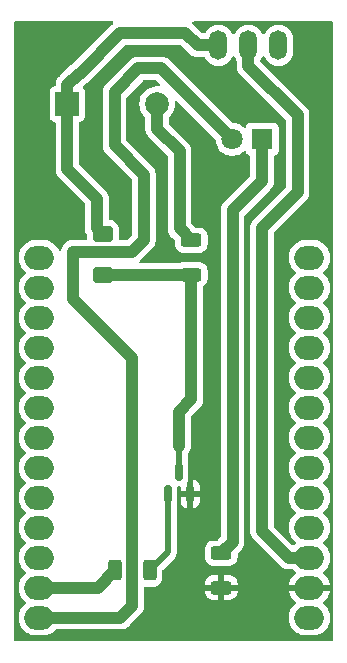
<source format=gbr>
G04 #@! TF.GenerationSoftware,KiCad,Pcbnew,8.0.0*
G04 #@! TF.CreationDate,2024-03-10T12:55:54+01:00*
G04 #@! TF.ProjectId,mailboxguard_shield,6d61696c-626f-4786-9775-6172645f7368,rev?*
G04 #@! TF.SameCoordinates,Original*
G04 #@! TF.FileFunction,Copper,L1,Top*
G04 #@! TF.FilePolarity,Positive*
%FSLAX46Y46*%
G04 Gerber Fmt 4.6, Leading zero omitted, Abs format (unit mm)*
G04 Created by KiCad (PCBNEW 8.0.0) date 2024-03-10 12:55:54*
%MOMM*%
%LPD*%
G01*
G04 APERTURE LIST*
G04 Aperture macros list*
%AMRoundRect*
0 Rectangle with rounded corners*
0 $1 Rounding radius*
0 $2 $3 $4 $5 $6 $7 $8 $9 X,Y pos of 4 corners*
0 Add a 4 corners polygon primitive as box body*
4,1,4,$2,$3,$4,$5,$6,$7,$8,$9,$2,$3,0*
0 Add four circle primitives for the rounded corners*
1,1,$1+$1,$2,$3*
1,1,$1+$1,$4,$5*
1,1,$1+$1,$6,$7*
1,1,$1+$1,$8,$9*
0 Add four rect primitives between the rounded corners*
20,1,$1+$1,$2,$3,$4,$5,0*
20,1,$1+$1,$4,$5,$6,$7,0*
20,1,$1+$1,$6,$7,$8,$9,0*
20,1,$1+$1,$8,$9,$2,$3,0*%
G04 Aperture macros list end*
G04 #@! TA.AperFunction,SMDPad,CuDef*
%ADD10RoundRect,0.250000X-0.625000X0.312500X-0.625000X-0.312500X0.625000X-0.312500X0.625000X0.312500X0*%
G04 #@! TD*
G04 #@! TA.AperFunction,SMDPad,CuDef*
%ADD11RoundRect,0.150000X0.150000X-0.587500X0.150000X0.587500X-0.150000X0.587500X-0.150000X-0.587500X0*%
G04 #@! TD*
G04 #@! TA.AperFunction,SMDPad,CuDef*
%ADD12RoundRect,0.250000X-0.600000X0.400000X-0.600000X-0.400000X0.600000X-0.400000X0.600000X0.400000X0*%
G04 #@! TD*
G04 #@! TA.AperFunction,SMDPad,CuDef*
%ADD13RoundRect,0.250000X-0.312500X-0.625000X0.312500X-0.625000X0.312500X0.625000X-0.312500X0.625000X0*%
G04 #@! TD*
G04 #@! TA.AperFunction,SMDPad,CuDef*
%ADD14RoundRect,0.250000X0.625000X-0.312500X0.625000X0.312500X-0.625000X0.312500X-0.625000X-0.312500X0*%
G04 #@! TD*
G04 #@! TA.AperFunction,ComponentPad*
%ADD15R,1.800000X1.800000*%
G04 #@! TD*
G04 #@! TA.AperFunction,ComponentPad*
%ADD16C,1.800000*%
G04 #@! TD*
G04 #@! TA.AperFunction,ComponentPad*
%ADD17R,2.000000X2.000000*%
G04 #@! TD*
G04 #@! TA.AperFunction,ComponentPad*
%ADD18C,2.000000*%
G04 #@! TD*
G04 #@! TA.AperFunction,ComponentPad*
%ADD19O,2.500000X2.000000*%
G04 #@! TD*
G04 #@! TA.AperFunction,ComponentPad*
%ADD20O,1.524000X2.500000*%
G04 #@! TD*
G04 #@! TA.AperFunction,Conductor*
%ADD21C,1.000000*%
G04 #@! TD*
G04 #@! TA.AperFunction,Conductor*
%ADD22C,0.500000*%
G04 #@! TD*
G04 APERTURE END LIST*
D10*
G04 #@! TO.P,R1,1*
G04 #@! TO.N,Net-(D1-K)*
X92537500Y-74537500D03*
G04 #@! TO.P,R1,2*
G04 #@! TO.N,GND*
X92537500Y-77462500D03*
G04 #@! TD*
D11*
G04 #@! TO.P,Q1,1,B*
G04 #@! TO.N,Net-(Q1-B)*
X88000000Y-69500000D03*
G04 #@! TO.P,Q1,2,E*
G04 #@! TO.N,GND*
X89900000Y-69500000D03*
G04 #@! TO.P,Q1,3,C*
G04 #@! TO.N,Net-(D2-A)*
X88950000Y-67625000D03*
G04 #@! TD*
D12*
G04 #@! TO.P,D2,1,K*
G04 #@! TO.N,Net-(BZ1-+)*
X82500000Y-47500000D03*
G04 #@! TO.P,D2,2,A*
G04 #@! TO.N,Net-(D2-A)*
X82500000Y-51000000D03*
G04 #@! TD*
D13*
G04 #@! TO.P,R2,1*
G04 #@! TO.N,/PIN_BUZZER*
X83537500Y-76000000D03*
G04 #@! TO.P,R2,2*
G04 #@! TO.N,Net-(Q1-B)*
X86462500Y-76000000D03*
G04 #@! TD*
D14*
G04 #@! TO.P,R3,1*
G04 #@! TO.N,Net-(D2-A)*
X90000000Y-50962500D03*
G04 #@! TO.P,R3,2*
G04 #@! TO.N,Net-(BZ1--)*
X90000000Y-48037500D03*
G04 #@! TD*
D15*
G04 #@! TO.P,D1,1,K*
G04 #@! TO.N,Net-(D1-K)*
X96000000Y-39500000D03*
D16*
G04 #@! TO.P,D1,2,A*
G04 #@! TO.N,Net-(D1-A)*
X93460000Y-39500000D03*
G04 #@! TD*
D17*
G04 #@! TO.P,BZ1,1,+*
G04 #@! TO.N,Net-(BZ1-+)*
X79500000Y-36500000D03*
D18*
G04 #@! TO.P,BZ1,2,-*
G04 #@! TO.N,Net-(BZ1--)*
X87100000Y-36500000D03*
G04 #@! TD*
D19*
G04 #@! TO.P,U1,1,25*
G04 #@! TO.N,Net-(D1-A)*
X77140000Y-80000000D03*
G04 #@! TO.P,U1,2,04*
G04 #@! TO.N,/PIN_BUZZER*
X77140000Y-77460000D03*
G04 #@! TO.P,U1,3,00*
G04 #@! TO.N,unconnected-(U1-00-Pad3)*
X77140000Y-74920000D03*
G04 #@! TO.P,U1,4,02*
G04 #@! TO.N,unconnected-(U1-02-Pad4)*
X77140000Y-72380000D03*
G04 #@! TO.P,U1,5,15*
G04 #@! TO.N,unconnected-(U1-15-Pad5)*
X77140000Y-69840000D03*
G04 #@! TO.P,U1,6,13*
G04 #@! TO.N,unconnected-(U1-13-Pad6)*
X77140000Y-67300000D03*
G04 #@! TO.P,U1,7,12*
G04 #@! TO.N,unconnected-(U1-12-Pad7)*
X77140000Y-64760000D03*
G04 #@! TO.P,U1,8,14*
G04 #@! TO.N,unconnected-(U1-14-Pad8)*
X77140000Y-62220000D03*
G04 #@! TO.P,U1,9,35*
G04 #@! TO.N,unconnected-(U1-35-Pad9)*
X77140000Y-59680000D03*
G04 #@! TO.P,U1,10,34*
G04 #@! TO.N,unconnected-(U1-34-Pad10)*
X77140000Y-57140000D03*
G04 #@! TO.P,U1,11,RST*
G04 #@! TO.N,unconnected-(U1-RST-Pad11)*
X77140000Y-54600000D03*
G04 #@! TO.P,U1,12,39*
G04 #@! TO.N,unconnected-(U1-39-Pad12)*
X77140000Y-52060000D03*
G04 #@! TO.P,U1,13,36*
G04 #@! TO.N,unconnected-(U1-36-Pad13)*
X77140000Y-49520000D03*
G04 #@! TO.P,U1,14,5V*
G04 #@! TO.N,unconnected-(U1-5V-Pad14)*
X100000000Y-80000000D03*
G04 #@! TO.P,U1,15,GND*
G04 #@! TO.N,GND*
X100000000Y-77460000D03*
G04 #@! TO.P,U1,16,3.3V*
G04 #@! TO.N,+3.3V*
X100000000Y-74920000D03*
G04 #@! TO.P,U1,17,GND*
G04 #@! TO.N,unconnected-(U1-GND-Pad17)*
X100000000Y-72380000D03*
G04 #@! TO.P,U1,18,26*
G04 #@! TO.N,unconnected-(U1-26-Pad18)*
X100000000Y-69840000D03*
G04 #@! TO.P,U1,19,LORA1*
G04 #@! TO.N,unconnected-(U1-LORA1-Pad19)*
X100000000Y-67300000D03*
G04 #@! TO.P,U1,20,LORA2*
G04 #@! TO.N,unconnected-(U1-LORA2-Pad20)*
X100000000Y-64760000D03*
G04 #@! TO.P,U1,21,19*
G04 #@! TO.N,unconnected-(U1-19-Pad21)*
X100000000Y-62220000D03*
G04 #@! TO.P,U1,22,23*
G04 #@! TO.N,unconnected-(U1-23-Pad22)*
X100000000Y-59680000D03*
G04 #@! TO.P,U1,23,22*
G04 #@! TO.N,unconnected-(U1-22-Pad23)*
X100000000Y-57140000D03*
G04 #@! TO.P,U1,24,RXD*
G04 #@! TO.N,unconnected-(U1-RXD-Pad24)*
X100000000Y-54600000D03*
G04 #@! TO.P,U1,25,TXD*
G04 #@! TO.N,unconnected-(U1-TXD-Pad25)*
X100000000Y-52060000D03*
G04 #@! TO.P,U1,26,21*
G04 #@! TO.N,unconnected-(U1-21-Pad26)*
X100000000Y-49520000D03*
G04 #@! TD*
D20*
G04 #@! TO.P,SW1,1,A*
G04 #@! TO.N,Net-(BZ1-+)*
X92296742Y-31540437D03*
G04 #@! TO.P,SW1,2,B*
G04 #@! TO.N,+3.3V*
X94836742Y-31540437D03*
G04 #@! TO.P,SW1,3,C*
G04 #@! TO.N,unconnected-(SW1-C-Pad3)*
X97376742Y-31540437D03*
G04 #@! TD*
D21*
G04 #@! TO.N,Net-(BZ1-+)*
X82500000Y-47500000D02*
X82000000Y-47000000D01*
X82000000Y-47000000D02*
X82000000Y-44522500D01*
X79500000Y-36500000D02*
X79500000Y-42022500D01*
X82000000Y-44522500D02*
X79500000Y-42022500D01*
X84000000Y-30500000D02*
X80550000Y-33950000D01*
X89500000Y-30500000D02*
X84000000Y-30500000D01*
X79500000Y-34900000D02*
X79500000Y-36500000D01*
X90540437Y-31540437D02*
X89500000Y-30500000D01*
X80450000Y-33950000D02*
X79500000Y-34900000D01*
X80550000Y-33950000D02*
X80450000Y-33950000D01*
X92296742Y-31540437D02*
X90540437Y-31540437D01*
G04 #@! TO.N,Net-(BZ1--)*
X89000000Y-40500000D02*
X89000000Y-47037500D01*
X87100000Y-36500000D02*
X87100000Y-38600000D01*
X89000000Y-47037500D02*
X90000000Y-48037500D01*
X87100000Y-38600000D02*
X89000000Y-40500000D01*
G04 #@! TO.N,Net-(D1-K)*
X93500000Y-45500000D02*
X93500000Y-73575000D01*
X93500000Y-73575000D02*
X92537500Y-74537500D01*
X96000000Y-39500000D02*
X96000000Y-43000000D01*
X96000000Y-43000000D02*
X93500000Y-45500000D01*
G04 #@! TO.N,Net-(D1-A)*
X83500000Y-35500000D02*
X83500000Y-40000000D01*
X84000000Y-80000000D02*
X77140000Y-80000000D01*
X86000000Y-42500000D02*
X86000000Y-48000000D01*
X85000000Y-49000000D02*
X80000000Y-49000000D01*
X80000000Y-49000000D02*
X80000000Y-53000000D01*
X85500000Y-33500000D02*
X83500000Y-35500000D01*
X83500000Y-40000000D02*
X86000000Y-42500000D01*
X86000000Y-48000000D02*
X85000000Y-49000000D01*
X80000000Y-53000000D02*
X85000000Y-58000000D01*
X85000000Y-79000000D02*
X84000000Y-80000000D01*
X87460000Y-33500000D02*
X85500000Y-33500000D01*
X85000000Y-58000000D02*
X85000000Y-79000000D01*
X93460000Y-39500000D02*
X87460000Y-33500000D01*
G04 #@! TO.N,Net-(D2-A)*
X90000000Y-61500000D02*
X90000000Y-50962500D01*
D22*
X88950000Y-67625000D02*
X88950000Y-65500000D01*
D21*
X88950000Y-65500000D02*
X88950000Y-62550000D01*
X89962500Y-51000000D02*
X90000000Y-50962500D01*
X88950000Y-62550000D02*
X90000000Y-61500000D01*
X82500000Y-51000000D02*
X89962500Y-51000000D01*
D22*
G04 #@! TO.N,Net-(Q1-B)*
X88000000Y-74462500D02*
X86462500Y-76000000D01*
X88000000Y-69500000D02*
X88000000Y-74462500D01*
D21*
G04 #@! TO.N,/PIN_BUZZER*
X82077500Y-77460000D02*
X83537500Y-76000000D01*
X77140000Y-77460000D02*
X82077500Y-77460000D01*
G04 #@! TO.N,+3.3V*
X99000000Y-37446890D02*
X99000000Y-44000000D01*
X96000000Y-72670000D02*
X98250000Y-74920000D01*
X99000000Y-44000000D02*
X96000000Y-47000000D01*
X98250000Y-74920000D02*
X100000000Y-74920000D01*
X94836742Y-33283632D02*
X99000000Y-37446890D01*
X94836742Y-31540437D02*
X94836742Y-33283632D01*
X96000000Y-47000000D02*
X96000000Y-72670000D01*
G04 #@! TD*
G04 #@! TA.AperFunction,Conductor*
G04 #@! TO.N,GND*
G36*
X83353647Y-29520185D02*
G01*
X83399402Y-29572989D01*
X83409346Y-29642147D01*
X83380321Y-29705703D01*
X83365275Y-29720352D01*
X83362218Y-29722860D01*
X83295142Y-29789937D01*
X83222861Y-29862218D01*
X83222858Y-29862221D01*
X80071415Y-33013663D01*
X80031189Y-33040542D01*
X79976089Y-33063366D01*
X79976083Y-33063369D01*
X79812222Y-33172857D01*
X79812219Y-33172859D01*
X79742540Y-33242538D01*
X79672861Y-33312218D01*
X79672858Y-33312221D01*
X78862221Y-34122858D01*
X78862218Y-34122861D01*
X78792538Y-34192540D01*
X78722859Y-34262219D01*
X78613371Y-34426079D01*
X78613364Y-34426092D01*
X78537950Y-34608160D01*
X78537947Y-34608170D01*
X78499500Y-34801456D01*
X78499500Y-34883023D01*
X78479815Y-34950062D01*
X78427011Y-34995817D01*
X78399865Y-35003266D01*
X78400068Y-35004124D01*
X78392520Y-35005907D01*
X78257671Y-35056202D01*
X78257664Y-35056206D01*
X78142455Y-35142452D01*
X78142454Y-35142454D01*
X78056206Y-35257664D01*
X78056202Y-35257671D01*
X78005908Y-35392517D01*
X77999501Y-35452116D01*
X77999501Y-35452123D01*
X77999500Y-35452135D01*
X77999500Y-37547870D01*
X77999501Y-37547876D01*
X78005908Y-37607483D01*
X78056202Y-37742328D01*
X78056206Y-37742335D01*
X78142452Y-37857544D01*
X78142455Y-37857547D01*
X78257664Y-37943793D01*
X78257671Y-37943797D01*
X78392517Y-37994091D01*
X78400062Y-37995874D01*
X78399523Y-37998151D01*
X78453287Y-38020408D01*
X78493147Y-38077793D01*
X78499500Y-38116975D01*
X78499500Y-42121041D01*
X78499500Y-42121043D01*
X78499499Y-42121043D01*
X78537947Y-42314329D01*
X78537950Y-42314339D01*
X78613364Y-42496407D01*
X78613371Y-42496420D01*
X78722860Y-42660281D01*
X78722863Y-42660285D01*
X78866537Y-42803959D01*
X78866559Y-42803979D01*
X80963181Y-44900601D01*
X80996666Y-44961924D01*
X80999500Y-44988282D01*
X80999500Y-47098541D01*
X80999500Y-47098543D01*
X80999499Y-47098543D01*
X81037947Y-47291829D01*
X81037950Y-47291839D01*
X81113364Y-47473906D01*
X81113371Y-47473919D01*
X81128602Y-47496713D01*
X81149480Y-47563390D01*
X81149500Y-47565604D01*
X81149501Y-47875500D01*
X81129817Y-47942539D01*
X81077013Y-47988294D01*
X81025501Y-47999500D01*
X79901457Y-47999500D01*
X79708170Y-48037947D01*
X79708160Y-48037950D01*
X79526092Y-48113364D01*
X79526079Y-48113371D01*
X79362218Y-48222860D01*
X79362214Y-48222863D01*
X79222863Y-48362214D01*
X79222860Y-48362218D01*
X79113371Y-48526079D01*
X79113364Y-48526092D01*
X79037950Y-48708160D01*
X79037947Y-48708170D01*
X79001703Y-48890381D01*
X78969318Y-48952292D01*
X78908602Y-48986866D01*
X78838833Y-48983126D01*
X78782161Y-48942259D01*
X78769601Y-48922484D01*
X78753244Y-48890381D01*
X78673343Y-48733567D01*
X78534517Y-48542490D01*
X78367510Y-48375483D01*
X78176433Y-48236657D01*
X78149355Y-48222860D01*
X77965996Y-48129433D01*
X77741368Y-48056446D01*
X77508097Y-48019500D01*
X77508092Y-48019500D01*
X76771908Y-48019500D01*
X76771903Y-48019500D01*
X76538631Y-48056446D01*
X76314003Y-48129433D01*
X76103566Y-48236657D01*
X76027632Y-48291827D01*
X75912490Y-48375483D01*
X75912488Y-48375485D01*
X75912487Y-48375485D01*
X75745485Y-48542487D01*
X75745485Y-48542488D01*
X75745483Y-48542490D01*
X75685862Y-48624550D01*
X75606657Y-48733566D01*
X75499433Y-48944003D01*
X75426446Y-49168631D01*
X75389500Y-49401902D01*
X75389500Y-49638097D01*
X75426446Y-49871368D01*
X75499433Y-50095996D01*
X75543668Y-50182811D01*
X75606657Y-50306433D01*
X75745483Y-50497510D01*
X75912490Y-50664517D01*
X75947127Y-50689683D01*
X75989792Y-50745013D01*
X75995771Y-50814626D01*
X75963165Y-50876421D01*
X75947130Y-50890315D01*
X75929365Y-50903222D01*
X75912488Y-50915484D01*
X75745485Y-51082487D01*
X75745485Y-51082488D01*
X75745483Y-51082490D01*
X75685862Y-51164550D01*
X75606657Y-51273566D01*
X75499433Y-51484003D01*
X75426446Y-51708631D01*
X75389500Y-51941902D01*
X75389500Y-52178097D01*
X75426446Y-52411368D01*
X75499433Y-52635996D01*
X75543668Y-52722811D01*
X75606657Y-52846433D01*
X75745483Y-53037510D01*
X75912490Y-53204517D01*
X75947127Y-53229683D01*
X75989792Y-53285013D01*
X75995771Y-53354626D01*
X75963165Y-53416421D01*
X75947130Y-53430315D01*
X75929365Y-53443222D01*
X75912488Y-53455484D01*
X75745485Y-53622487D01*
X75745485Y-53622488D01*
X75745483Y-53622490D01*
X75685862Y-53704550D01*
X75606657Y-53813566D01*
X75499433Y-54024003D01*
X75426446Y-54248631D01*
X75389500Y-54481902D01*
X75389500Y-54718097D01*
X75426446Y-54951368D01*
X75499433Y-55175996D01*
X75606657Y-55386433D01*
X75745483Y-55577510D01*
X75912490Y-55744517D01*
X75947127Y-55769683D01*
X75989792Y-55825013D01*
X75995771Y-55894626D01*
X75963165Y-55956421D01*
X75947130Y-55970315D01*
X75929365Y-55983222D01*
X75912488Y-55995484D01*
X75745485Y-56162487D01*
X75745485Y-56162488D01*
X75745483Y-56162490D01*
X75685862Y-56244550D01*
X75606657Y-56353566D01*
X75499433Y-56564003D01*
X75426446Y-56788631D01*
X75389500Y-57021902D01*
X75389500Y-57258097D01*
X75426446Y-57491368D01*
X75499433Y-57715996D01*
X75593932Y-57901459D01*
X75606657Y-57926433D01*
X75745483Y-58117510D01*
X75912490Y-58284517D01*
X75947127Y-58309683D01*
X75989792Y-58365013D01*
X75995771Y-58434626D01*
X75963165Y-58496421D01*
X75947130Y-58510315D01*
X75929365Y-58523222D01*
X75912488Y-58535484D01*
X75745485Y-58702487D01*
X75745485Y-58702488D01*
X75745483Y-58702490D01*
X75685862Y-58784550D01*
X75606657Y-58893566D01*
X75499433Y-59104003D01*
X75426446Y-59328631D01*
X75389500Y-59561902D01*
X75389500Y-59798097D01*
X75426446Y-60031368D01*
X75499433Y-60255996D01*
X75606657Y-60466433D01*
X75745483Y-60657510D01*
X75912490Y-60824517D01*
X75947127Y-60849683D01*
X75989792Y-60905013D01*
X75995771Y-60974626D01*
X75963165Y-61036421D01*
X75947130Y-61050315D01*
X75929365Y-61063222D01*
X75912488Y-61075484D01*
X75745485Y-61242487D01*
X75745485Y-61242488D01*
X75745483Y-61242490D01*
X75685862Y-61324550D01*
X75606657Y-61433566D01*
X75499433Y-61644003D01*
X75426446Y-61868631D01*
X75389500Y-62101902D01*
X75389500Y-62338097D01*
X75426446Y-62571368D01*
X75499433Y-62795996D01*
X75566744Y-62928100D01*
X75606657Y-63006433D01*
X75745483Y-63197510D01*
X75912490Y-63364517D01*
X75947127Y-63389683D01*
X75989792Y-63445013D01*
X75995771Y-63514626D01*
X75963165Y-63576421D01*
X75947130Y-63590315D01*
X75929365Y-63603222D01*
X75912488Y-63615484D01*
X75745485Y-63782487D01*
X75745485Y-63782488D01*
X75745483Y-63782490D01*
X75685862Y-63864550D01*
X75606657Y-63973566D01*
X75499433Y-64184003D01*
X75426446Y-64408631D01*
X75389500Y-64641902D01*
X75389500Y-64878097D01*
X75426446Y-65111368D01*
X75499433Y-65335996D01*
X75606657Y-65546433D01*
X75745483Y-65737510D01*
X75912490Y-65904517D01*
X75947127Y-65929683D01*
X75989792Y-65985013D01*
X75995771Y-66054626D01*
X75963165Y-66116421D01*
X75947130Y-66130315D01*
X75936853Y-66137782D01*
X75912488Y-66155484D01*
X75745485Y-66322487D01*
X75745485Y-66322488D01*
X75745483Y-66322490D01*
X75685862Y-66404550D01*
X75606657Y-66513566D01*
X75499433Y-66724003D01*
X75426446Y-66948631D01*
X75389500Y-67181902D01*
X75389500Y-67418097D01*
X75426446Y-67651368D01*
X75499433Y-67875996D01*
X75606657Y-68086433D01*
X75745483Y-68277510D01*
X75912490Y-68444517D01*
X75947127Y-68469683D01*
X75989792Y-68525013D01*
X75995771Y-68594626D01*
X75963165Y-68656421D01*
X75947130Y-68670315D01*
X75929365Y-68683222D01*
X75912488Y-68695484D01*
X75745485Y-68862487D01*
X75745485Y-68862488D01*
X75745483Y-68862490D01*
X75703728Y-68919961D01*
X75606657Y-69053566D01*
X75499433Y-69264003D01*
X75426446Y-69488631D01*
X75389500Y-69721902D01*
X75389500Y-69958097D01*
X75426446Y-70191368D01*
X75499433Y-70415996D01*
X75536662Y-70489061D01*
X75606657Y-70626433D01*
X75745483Y-70817510D01*
X75912490Y-70984517D01*
X75947127Y-71009683D01*
X75989792Y-71065013D01*
X75995771Y-71134626D01*
X75963165Y-71196421D01*
X75947130Y-71210315D01*
X75929365Y-71223222D01*
X75912488Y-71235484D01*
X75745485Y-71402487D01*
X75745485Y-71402488D01*
X75745483Y-71402490D01*
X75685862Y-71484550D01*
X75606657Y-71593566D01*
X75499433Y-71804003D01*
X75426446Y-72028631D01*
X75389500Y-72261902D01*
X75389500Y-72498097D01*
X75426446Y-72731368D01*
X75499433Y-72955996D01*
X75577503Y-73109216D01*
X75606657Y-73166433D01*
X75745483Y-73357510D01*
X75912490Y-73524517D01*
X75947127Y-73549683D01*
X75989792Y-73605013D01*
X75995771Y-73674626D01*
X75963165Y-73736421D01*
X75947130Y-73750315D01*
X75929365Y-73763222D01*
X75912488Y-73775484D01*
X75745485Y-73942487D01*
X75745485Y-73942488D01*
X75745483Y-73942490D01*
X75685862Y-74024550D01*
X75606657Y-74133566D01*
X75499433Y-74344003D01*
X75426446Y-74568631D01*
X75389500Y-74801902D01*
X75389500Y-75038097D01*
X75426446Y-75271368D01*
X75499433Y-75495996D01*
X75552681Y-75600500D01*
X75606657Y-75706433D01*
X75745483Y-75897510D01*
X75912490Y-76064517D01*
X75947127Y-76089683D01*
X75989792Y-76145013D01*
X75995771Y-76214626D01*
X75963165Y-76276421D01*
X75947130Y-76290315D01*
X75946704Y-76290625D01*
X75912488Y-76315484D01*
X75745485Y-76482487D01*
X75745485Y-76482488D01*
X75745483Y-76482490D01*
X75690851Y-76557684D01*
X75606657Y-76673566D01*
X75499433Y-76884003D01*
X75426446Y-77108631D01*
X75389500Y-77341902D01*
X75389500Y-77578097D01*
X75426446Y-77811368D01*
X75499433Y-78035996D01*
X75601921Y-78237139D01*
X75606657Y-78246433D01*
X75745483Y-78437510D01*
X75912490Y-78604517D01*
X75947127Y-78629683D01*
X75989792Y-78685013D01*
X75995771Y-78754626D01*
X75963165Y-78816421D01*
X75947130Y-78830315D01*
X75929365Y-78843222D01*
X75912488Y-78855484D01*
X75745485Y-79022487D01*
X75745485Y-79022488D01*
X75745483Y-79022490D01*
X75690229Y-79098540D01*
X75606657Y-79213566D01*
X75499433Y-79424003D01*
X75426446Y-79648631D01*
X75389500Y-79881902D01*
X75389500Y-80118097D01*
X75426446Y-80351368D01*
X75499433Y-80575996D01*
X75601921Y-80777139D01*
X75606657Y-80786433D01*
X75745483Y-80977510D01*
X75912490Y-81144517D01*
X76103567Y-81283343D01*
X76202991Y-81334002D01*
X76314003Y-81390566D01*
X76314005Y-81390566D01*
X76314008Y-81390568D01*
X76434412Y-81429689D01*
X76538631Y-81463553D01*
X76771903Y-81500500D01*
X76771908Y-81500500D01*
X77508097Y-81500500D01*
X77741368Y-81463553D01*
X77965992Y-81390568D01*
X78176433Y-81283343D01*
X78367510Y-81144517D01*
X78475208Y-81036819D01*
X78536531Y-81003334D01*
X78562889Y-81000500D01*
X84098543Y-81000500D01*
X84131563Y-80993931D01*
X84214118Y-80977510D01*
X84291836Y-80962051D01*
X84345165Y-80939961D01*
X84473914Y-80886632D01*
X84637782Y-80777139D01*
X84777139Y-80637782D01*
X84777139Y-80637780D01*
X84787347Y-80627573D01*
X84787348Y-80627570D01*
X85777140Y-79637781D01*
X85886632Y-79473914D01*
X85962052Y-79291835D01*
X86000501Y-79098540D01*
X86000501Y-78901459D01*
X86000501Y-78896349D01*
X86000500Y-78896323D01*
X86000500Y-77712500D01*
X91162501Y-77712500D01*
X91162501Y-77824986D01*
X91172994Y-77927697D01*
X91228141Y-78094119D01*
X91228143Y-78094124D01*
X91320184Y-78243345D01*
X91444154Y-78367315D01*
X91593375Y-78459356D01*
X91593380Y-78459358D01*
X91759802Y-78514505D01*
X91759809Y-78514506D01*
X91862519Y-78524999D01*
X92287499Y-78524999D01*
X92287500Y-78524998D01*
X92287500Y-77712500D01*
X92787500Y-77712500D01*
X92787500Y-78524999D01*
X93212472Y-78524999D01*
X93212486Y-78524998D01*
X93315197Y-78514505D01*
X93481619Y-78459358D01*
X93481624Y-78459356D01*
X93630845Y-78367315D01*
X93754815Y-78243345D01*
X93846856Y-78094124D01*
X93846858Y-78094119D01*
X93902005Y-77927697D01*
X93902006Y-77927690D01*
X93912499Y-77824986D01*
X93912500Y-77824973D01*
X93912500Y-77712500D01*
X92787500Y-77712500D01*
X92287500Y-77712500D01*
X91162501Y-77712500D01*
X86000500Y-77712500D01*
X86000500Y-77499499D01*
X86020185Y-77432460D01*
X86072989Y-77386705D01*
X86124495Y-77375499D01*
X86825008Y-77375499D01*
X86825016Y-77375498D01*
X86825019Y-77375498D01*
X86881302Y-77369748D01*
X86927797Y-77364999D01*
X87094334Y-77309814D01*
X87243656Y-77217712D01*
X87248868Y-77212500D01*
X91162500Y-77212500D01*
X92287500Y-77212500D01*
X92287500Y-76400000D01*
X92787500Y-76400000D01*
X92787500Y-77212500D01*
X93912499Y-77212500D01*
X93912499Y-77100028D01*
X93912498Y-77100013D01*
X93902005Y-76997302D01*
X93846858Y-76830880D01*
X93846856Y-76830875D01*
X93754815Y-76681654D01*
X93630845Y-76557684D01*
X93481624Y-76465643D01*
X93481619Y-76465641D01*
X93315197Y-76410494D01*
X93315190Y-76410493D01*
X93212486Y-76400000D01*
X92787500Y-76400000D01*
X92287500Y-76400000D01*
X91862528Y-76400000D01*
X91862512Y-76400001D01*
X91759802Y-76410494D01*
X91593380Y-76465641D01*
X91593375Y-76465643D01*
X91444154Y-76557684D01*
X91320184Y-76681654D01*
X91228143Y-76830875D01*
X91228141Y-76830880D01*
X91172994Y-76997302D01*
X91172993Y-76997309D01*
X91162500Y-77100013D01*
X91162500Y-77212500D01*
X87248868Y-77212500D01*
X87367712Y-77093656D01*
X87459814Y-76944334D01*
X87514999Y-76777797D01*
X87525500Y-76675009D01*
X87525499Y-76049728D01*
X87545183Y-75982690D01*
X87561813Y-75962053D01*
X88582951Y-74940916D01*
X88665084Y-74817995D01*
X88721658Y-74681413D01*
X88736895Y-74604815D01*
X88750500Y-74536420D01*
X88750500Y-70369828D01*
X88755424Y-70335233D01*
X88797597Y-70190073D01*
X88797598Y-70190067D01*
X88800499Y-70153201D01*
X88800500Y-70153194D01*
X88800500Y-69750000D01*
X89100000Y-69750000D01*
X89100000Y-70153149D01*
X89102899Y-70189989D01*
X89102900Y-70189995D01*
X89148716Y-70347693D01*
X89148717Y-70347696D01*
X89232314Y-70489052D01*
X89232321Y-70489061D01*
X89348438Y-70605178D01*
X89348447Y-70605185D01*
X89489801Y-70688781D01*
X89647514Y-70734600D01*
X89647511Y-70734600D01*
X89649998Y-70734795D01*
X89650000Y-70734795D01*
X89650000Y-69750000D01*
X90150000Y-69750000D01*
X90150000Y-70734795D01*
X90150001Y-70734795D01*
X90152486Y-70734600D01*
X90310198Y-70688781D01*
X90451552Y-70605185D01*
X90451561Y-70605178D01*
X90567678Y-70489061D01*
X90567685Y-70489052D01*
X90651282Y-70347696D01*
X90651283Y-70347693D01*
X90697099Y-70189995D01*
X90697100Y-70189989D01*
X90699999Y-70153149D01*
X90700000Y-70153134D01*
X90700000Y-69750000D01*
X90150000Y-69750000D01*
X89650000Y-69750000D01*
X89100000Y-69750000D01*
X88800500Y-69750000D01*
X88800500Y-68987000D01*
X88820185Y-68919961D01*
X88872989Y-68874206D01*
X88924500Y-68863000D01*
X88976000Y-68863000D01*
X89043039Y-68882685D01*
X89088794Y-68935489D01*
X89100000Y-68987000D01*
X89100000Y-69250000D01*
X89650000Y-69250000D01*
X89650000Y-68594314D01*
X89667267Y-68531194D01*
X89701744Y-68472898D01*
X89747598Y-68315069D01*
X89750500Y-68278194D01*
X89750500Y-68265203D01*
X90150000Y-68265203D01*
X90150000Y-69250000D01*
X90700000Y-69250000D01*
X90700000Y-68846865D01*
X90699999Y-68846850D01*
X90697100Y-68810010D01*
X90697099Y-68810004D01*
X90651283Y-68652306D01*
X90651282Y-68652303D01*
X90567685Y-68510947D01*
X90567678Y-68510938D01*
X90451561Y-68394821D01*
X90451552Y-68394814D01*
X90310196Y-68311217D01*
X90310193Y-68311216D01*
X90152494Y-68265400D01*
X90152497Y-68265400D01*
X90150000Y-68265203D01*
X89750500Y-68265203D01*
X89750500Y-66971806D01*
X89747598Y-66934931D01*
X89747597Y-66934926D01*
X89705424Y-66789765D01*
X89700500Y-66755170D01*
X89700500Y-66214610D01*
X89720185Y-66147571D01*
X89725228Y-66140641D01*
X89727136Y-66137784D01*
X89727139Y-66137782D01*
X89836632Y-65973914D01*
X89912051Y-65791835D01*
X89950500Y-65598541D01*
X89950500Y-63015781D01*
X89970185Y-62948742D01*
X89986815Y-62928104D01*
X90637778Y-62277141D01*
X90637782Y-62277139D01*
X90777139Y-62137782D01*
X90886632Y-61973914D01*
X90962051Y-61791835D01*
X91000500Y-61598541D01*
X91000500Y-51994377D01*
X91020185Y-51927338D01*
X91059406Y-51888837D01*
X91093656Y-51867712D01*
X91217712Y-51743656D01*
X91309814Y-51594334D01*
X91364999Y-51427797D01*
X91375500Y-51325009D01*
X91375499Y-50599992D01*
X91364999Y-50497203D01*
X91309814Y-50330666D01*
X91217712Y-50181344D01*
X91093656Y-50057288D01*
X90944334Y-49965186D01*
X90777797Y-49910001D01*
X90777795Y-49910000D01*
X90675010Y-49899500D01*
X89324998Y-49899500D01*
X89324981Y-49899501D01*
X89222203Y-49910000D01*
X89222200Y-49910001D01*
X89055668Y-49965185D01*
X89055663Y-49965187D01*
X89039933Y-49974889D01*
X89029963Y-49981039D01*
X88964868Y-49999500D01*
X85713392Y-49999500D01*
X85646353Y-49979815D01*
X85600598Y-49927011D01*
X85590654Y-49857853D01*
X85619679Y-49794297D01*
X85634725Y-49779648D01*
X85637776Y-49777142D01*
X85637782Y-49777139D01*
X85777139Y-49637782D01*
X85777139Y-49637780D01*
X85787347Y-49627573D01*
X85787348Y-49627570D01*
X86777140Y-48637781D01*
X86886632Y-48473914D01*
X86962052Y-48291835D01*
X87000501Y-48098540D01*
X87000501Y-47901459D01*
X87000501Y-47896349D01*
X87000500Y-47896323D01*
X87000500Y-42401456D01*
X86962052Y-42208170D01*
X86962051Y-42208169D01*
X86962051Y-42208165D01*
X86925964Y-42121043D01*
X86886635Y-42026092D01*
X86886628Y-42026079D01*
X86777139Y-41862218D01*
X86777136Y-41862214D01*
X86634686Y-41719764D01*
X86634655Y-41719735D01*
X84536819Y-39621899D01*
X84503334Y-39560576D01*
X84500500Y-39534218D01*
X84500500Y-35965782D01*
X84520185Y-35898743D01*
X84536819Y-35878101D01*
X85878101Y-34536819D01*
X85939424Y-34503334D01*
X85965782Y-34500500D01*
X86994218Y-34500500D01*
X87061257Y-34520185D01*
X87081899Y-34536819D01*
X87335023Y-34789943D01*
X87368508Y-34851266D01*
X87363524Y-34920958D01*
X87321652Y-34976891D01*
X87256188Y-35001308D01*
X87226941Y-34999934D01*
X87224339Y-34999500D01*
X87224335Y-34999500D01*
X86975665Y-34999500D01*
X86730383Y-35040429D01*
X86495197Y-35121169D01*
X86495188Y-35121172D01*
X86276493Y-35239524D01*
X86080257Y-35392261D01*
X85911833Y-35575217D01*
X85775826Y-35783393D01*
X85675936Y-36011118D01*
X85614892Y-36252175D01*
X85614890Y-36252187D01*
X85594357Y-36499994D01*
X85594357Y-36500005D01*
X85614890Y-36747812D01*
X85614892Y-36747824D01*
X85675936Y-36988881D01*
X85775826Y-37216606D01*
X85911833Y-37424782D01*
X85911836Y-37424785D01*
X86066730Y-37593045D01*
X86097652Y-37655698D01*
X86099500Y-37677027D01*
X86099500Y-38698544D01*
X86137947Y-38891833D01*
X86137949Y-38891837D01*
X86160038Y-38945164D01*
X86213366Y-39073911D01*
X86213371Y-39073920D01*
X86322859Y-39237780D01*
X86322860Y-39237781D01*
X86322861Y-39237782D01*
X86462218Y-39377139D01*
X86462219Y-39377139D01*
X86469286Y-39384206D01*
X86469285Y-39384206D01*
X86469289Y-39384209D01*
X87963181Y-40878101D01*
X87996666Y-40939424D01*
X87999500Y-40965782D01*
X87999500Y-47136041D01*
X87999500Y-47136043D01*
X87999499Y-47136043D01*
X88037947Y-47329329D01*
X88037950Y-47329339D01*
X88113364Y-47511407D01*
X88113371Y-47511420D01*
X88222859Y-47675280D01*
X88222860Y-47675281D01*
X88222861Y-47675282D01*
X88362218Y-47814639D01*
X88362219Y-47814639D01*
X88369286Y-47821706D01*
X88369285Y-47821706D01*
X88369289Y-47821709D01*
X88588181Y-48040601D01*
X88621666Y-48101924D01*
X88624500Y-48128282D01*
X88624500Y-48400000D01*
X88624501Y-48400019D01*
X88635000Y-48502796D01*
X88635001Y-48502799D01*
X88679730Y-48637780D01*
X88690186Y-48669334D01*
X88782288Y-48818656D01*
X88906344Y-48942712D01*
X89055666Y-49034814D01*
X89222203Y-49089999D01*
X89324991Y-49100500D01*
X90675008Y-49100499D01*
X90777797Y-49089999D01*
X90944334Y-49034814D01*
X91093656Y-48942712D01*
X91217712Y-48818656D01*
X91309814Y-48669334D01*
X91364999Y-48502797D01*
X91375500Y-48400009D01*
X91375499Y-47674992D01*
X91370075Y-47621898D01*
X91364999Y-47572203D01*
X91364998Y-47572200D01*
X91339984Y-47496713D01*
X91309814Y-47405666D01*
X91217712Y-47256344D01*
X91093656Y-47132288D01*
X90944334Y-47040186D01*
X90777797Y-46985001D01*
X90777795Y-46985000D01*
X90675016Y-46974500D01*
X90675009Y-46974500D01*
X90403282Y-46974500D01*
X90336243Y-46954815D01*
X90315601Y-46938181D01*
X90036819Y-46659398D01*
X90003334Y-46598075D01*
X90000500Y-46571717D01*
X90000500Y-40401456D01*
X89962052Y-40208170D01*
X89962051Y-40208169D01*
X89962051Y-40208165D01*
X89945766Y-40168849D01*
X89886635Y-40026092D01*
X89886628Y-40026079D01*
X89777140Y-39862219D01*
X89777139Y-39862218D01*
X89637782Y-39722861D01*
X89637781Y-39722860D01*
X88136819Y-38221898D01*
X88103334Y-38160575D01*
X88100500Y-38134217D01*
X88100500Y-37677027D01*
X88120185Y-37609988D01*
X88133265Y-37593049D01*
X88288164Y-37424785D01*
X88424173Y-37216607D01*
X88524063Y-36988881D01*
X88585108Y-36747821D01*
X88591577Y-36669751D01*
X88605643Y-36500005D01*
X88605643Y-36499994D01*
X88593874Y-36357972D01*
X88607954Y-36289536D01*
X88656799Y-36239577D01*
X88724901Y-36223956D01*
X88790636Y-36247633D01*
X88805130Y-36260050D01*
X90431393Y-37886314D01*
X92023427Y-39478348D01*
X92056912Y-39539671D01*
X92059322Y-39555789D01*
X92073864Y-39731297D01*
X92073866Y-39731308D01*
X92130842Y-39956300D01*
X92224075Y-40168848D01*
X92351016Y-40363147D01*
X92351019Y-40363151D01*
X92351021Y-40363153D01*
X92508216Y-40533913D01*
X92508219Y-40533915D01*
X92508222Y-40533918D01*
X92691365Y-40676464D01*
X92691371Y-40676468D01*
X92691374Y-40676470D01*
X92895497Y-40786936D01*
X93009487Y-40826068D01*
X93115015Y-40862297D01*
X93115017Y-40862297D01*
X93115019Y-40862298D01*
X93343951Y-40900500D01*
X93343952Y-40900500D01*
X93576048Y-40900500D01*
X93576049Y-40900500D01*
X93804981Y-40862298D01*
X94024503Y-40786936D01*
X94228626Y-40676470D01*
X94411784Y-40533913D01*
X94420130Y-40524846D01*
X94480010Y-40488854D01*
X94549849Y-40490949D01*
X94607468Y-40530469D01*
X94627544Y-40565491D01*
X94656203Y-40642330D01*
X94656206Y-40642335D01*
X94742452Y-40757544D01*
X94742455Y-40757547D01*
X94857664Y-40843793D01*
X94857669Y-40843796D01*
X94918833Y-40866608D01*
X94974766Y-40908478D01*
X94999184Y-40973942D01*
X94999500Y-40982790D01*
X94999500Y-42534217D01*
X94979815Y-42601256D01*
X94963181Y-42621898D01*
X93842844Y-43742235D01*
X92862221Y-44722858D01*
X92862218Y-44722861D01*
X92792538Y-44792540D01*
X92722859Y-44862219D01*
X92613371Y-45026079D01*
X92613364Y-45026092D01*
X92537950Y-45208160D01*
X92537947Y-45208170D01*
X92499500Y-45401456D01*
X92499500Y-73109216D01*
X92479815Y-73176255D01*
X92463181Y-73196897D01*
X92221896Y-73438181D01*
X92160573Y-73471666D01*
X92134215Y-73474500D01*
X91862499Y-73474500D01*
X91862480Y-73474501D01*
X91759703Y-73485000D01*
X91759700Y-73485001D01*
X91593168Y-73540185D01*
X91593163Y-73540187D01*
X91443842Y-73632289D01*
X91319789Y-73756342D01*
X91227687Y-73905663D01*
X91227686Y-73905666D01*
X91172501Y-74072203D01*
X91172501Y-74072204D01*
X91172500Y-74072204D01*
X91162000Y-74174983D01*
X91162000Y-74900001D01*
X91162001Y-74900019D01*
X91172500Y-75002796D01*
X91172501Y-75002799D01*
X91227685Y-75169331D01*
X91227686Y-75169334D01*
X91319788Y-75318656D01*
X91443844Y-75442712D01*
X91593166Y-75534814D01*
X91759703Y-75589999D01*
X91862491Y-75600500D01*
X93212508Y-75600499D01*
X93315297Y-75589999D01*
X93481834Y-75534814D01*
X93631156Y-75442712D01*
X93755212Y-75318656D01*
X93847314Y-75169334D01*
X93902499Y-75002797D01*
X93913000Y-74900009D01*
X93912999Y-74628282D01*
X93932683Y-74561244D01*
X93949313Y-74540606D01*
X94277140Y-74212781D01*
X94386632Y-74048914D01*
X94462052Y-73866835D01*
X94500501Y-73673540D01*
X94500501Y-73476459D01*
X94500501Y-73471349D01*
X94500500Y-73471323D01*
X94500500Y-45965781D01*
X94520185Y-45898742D01*
X94536814Y-45878105D01*
X96637778Y-43777141D01*
X96637782Y-43777139D01*
X96777139Y-43637782D01*
X96886632Y-43473914D01*
X96962051Y-43291835D01*
X97000500Y-43098541D01*
X97000500Y-40982790D01*
X97020185Y-40915751D01*
X97072989Y-40869996D01*
X97081146Y-40866616D01*
X97142331Y-40843796D01*
X97257546Y-40757546D01*
X97343796Y-40642331D01*
X97394091Y-40507483D01*
X97400500Y-40447873D01*
X97400499Y-38552128D01*
X97394091Y-38492517D01*
X97384233Y-38466087D01*
X97343797Y-38357671D01*
X97343793Y-38357664D01*
X97257547Y-38242455D01*
X97257544Y-38242452D01*
X97142335Y-38156206D01*
X97142328Y-38156202D01*
X97007482Y-38105908D01*
X97007483Y-38105908D01*
X96947883Y-38099501D01*
X96947881Y-38099500D01*
X96947873Y-38099500D01*
X96947864Y-38099500D01*
X95052129Y-38099500D01*
X95052123Y-38099501D01*
X94992516Y-38105908D01*
X94857671Y-38156202D01*
X94857664Y-38156206D01*
X94742455Y-38242452D01*
X94742452Y-38242455D01*
X94656206Y-38357664D01*
X94656203Y-38357670D01*
X94627544Y-38434508D01*
X94585672Y-38490441D01*
X94520208Y-38514858D01*
X94451935Y-38500006D01*
X94420135Y-38475158D01*
X94411784Y-38466087D01*
X94411778Y-38466082D01*
X94411777Y-38466081D01*
X94228634Y-38323535D01*
X94228628Y-38323531D01*
X94024504Y-38213064D01*
X94024495Y-38213061D01*
X93804984Y-38137702D01*
X93614450Y-38105908D01*
X93576049Y-38099500D01*
X93576048Y-38099500D01*
X93525783Y-38099500D01*
X93458744Y-38079815D01*
X93438102Y-38063181D01*
X88244209Y-32869289D01*
X88244206Y-32869285D01*
X88244206Y-32869286D01*
X88237139Y-32862219D01*
X88237139Y-32862218D01*
X88097782Y-32722861D01*
X88097781Y-32722860D01*
X88097780Y-32722859D01*
X87933920Y-32613371D01*
X87933911Y-32613366D01*
X87850683Y-32578892D01*
X87805165Y-32560038D01*
X87778500Y-32548993D01*
X87751837Y-32537949D01*
X87751833Y-32537948D01*
X87626756Y-32513069D01*
X87558543Y-32499500D01*
X87558541Y-32499500D01*
X85401459Y-32499500D01*
X85401457Y-32499500D01*
X85333244Y-32513069D01*
X85333243Y-32513069D01*
X85208167Y-32537947D01*
X85208159Y-32537950D01*
X85154834Y-32560037D01*
X85154834Y-32560038D01*
X85109315Y-32578892D01*
X85026089Y-32613366D01*
X85026079Y-32613371D01*
X84862219Y-32722859D01*
X84818416Y-32766663D01*
X84722861Y-32862218D01*
X84722858Y-32862221D01*
X82862221Y-34722858D01*
X82862218Y-34722861D01*
X82795136Y-34789943D01*
X82722859Y-34862219D01*
X82613371Y-35026079D01*
X82613364Y-35026092D01*
X82565167Y-35142454D01*
X82544714Y-35191833D01*
X82544713Y-35191837D01*
X82537948Y-35208167D01*
X82537947Y-35208171D01*
X82499500Y-35401454D01*
X82499500Y-40098542D01*
X82513485Y-40168848D01*
X82513485Y-40168849D01*
X82527300Y-40238303D01*
X82537946Y-40291828D01*
X82537949Y-40291837D01*
X82613364Y-40473907D01*
X82613371Y-40473920D01*
X82722860Y-40637781D01*
X82722863Y-40637785D01*
X82866537Y-40781459D01*
X82866559Y-40781479D01*
X84963181Y-42878101D01*
X84996666Y-42939424D01*
X84999500Y-42965782D01*
X84999500Y-47534217D01*
X84979815Y-47601256D01*
X84963181Y-47621898D01*
X84621899Y-47963181D01*
X84560576Y-47996666D01*
X84534218Y-47999500D01*
X83974500Y-47999500D01*
X83907461Y-47979815D01*
X83861706Y-47927011D01*
X83850500Y-47875500D01*
X83850499Y-47049998D01*
X83850498Y-47049980D01*
X83839999Y-46947203D01*
X83839998Y-46947200D01*
X83824840Y-46901456D01*
X83784814Y-46780666D01*
X83692712Y-46631344D01*
X83568656Y-46507288D01*
X83419334Y-46415186D01*
X83252797Y-46360001D01*
X83252795Y-46360000D01*
X83150016Y-46349500D01*
X83150009Y-46349500D01*
X83124500Y-46349500D01*
X83057461Y-46329815D01*
X83011706Y-46277011D01*
X83000500Y-46225500D01*
X83000500Y-44423956D01*
X82962052Y-44230670D01*
X82962051Y-44230669D01*
X82962051Y-44230665D01*
X82962049Y-44230660D01*
X82886635Y-44048592D01*
X82886628Y-44048579D01*
X82777139Y-43884718D01*
X82777136Y-43884714D01*
X82634686Y-43742264D01*
X82634655Y-43742235D01*
X80536819Y-41644399D01*
X80503334Y-41583076D01*
X80500500Y-41556718D01*
X80500500Y-38116976D01*
X80520185Y-38049937D01*
X80572989Y-38004182D01*
X80600135Y-37996736D01*
X80599932Y-37995876D01*
X80607479Y-37994092D01*
X80607481Y-37994091D01*
X80607483Y-37994091D01*
X80742331Y-37943796D01*
X80857546Y-37857546D01*
X80943796Y-37742331D01*
X80994091Y-37607483D01*
X81000500Y-37547873D01*
X81000499Y-35452128D01*
X80994091Y-35392517D01*
X80943796Y-35257669D01*
X80943795Y-35257668D01*
X80943793Y-35257664D01*
X80857546Y-35142454D01*
X80852686Y-35137594D01*
X80819201Y-35076271D01*
X80824185Y-35006579D01*
X80852684Y-34962234D01*
X80928586Y-34886332D01*
X80968808Y-34859456D01*
X81023914Y-34836632D01*
X81187782Y-34727139D01*
X81327139Y-34587782D01*
X81327140Y-34587779D01*
X81334206Y-34580714D01*
X81334208Y-34580710D01*
X84378101Y-31536819D01*
X84439424Y-31503334D01*
X84465782Y-31500500D01*
X89034218Y-31500500D01*
X89101257Y-31520185D01*
X89121899Y-31536819D01*
X89760172Y-32175092D01*
X89760201Y-32175123D01*
X89902651Y-32317573D01*
X89902655Y-32317576D01*
X90066516Y-32427065D01*
X90066529Y-32427072D01*
X90195270Y-32480398D01*
X90215077Y-32488602D01*
X90248601Y-32502488D01*
X90345249Y-32521712D01*
X90393572Y-32531324D01*
X90441895Y-32540937D01*
X90441896Y-32540937D01*
X90441897Y-32540937D01*
X90638977Y-32540937D01*
X91064949Y-32540937D01*
X91131988Y-32560622D01*
X91175434Y-32608642D01*
X91216955Y-32690131D01*
X91333761Y-32850901D01*
X91474278Y-32991418D01*
X91635048Y-33108224D01*
X91721891Y-33152472D01*
X91812109Y-33198442D01*
X91812112Y-33198443D01*
X91906608Y-33229146D01*
X92001106Y-33259850D01*
X92197381Y-33290937D01*
X92197382Y-33290937D01*
X92396102Y-33290937D01*
X92396103Y-33290937D01*
X92592378Y-33259850D01*
X92781374Y-33198442D01*
X92958436Y-33108224D01*
X93119206Y-32991418D01*
X93259723Y-32850901D01*
X93376529Y-32690131D01*
X93456257Y-32533655D01*
X93504232Y-32482860D01*
X93572053Y-32466065D01*
X93638188Y-32488602D01*
X93677226Y-32533655D01*
X93690669Y-32560038D01*
X93756957Y-32690135D01*
X93812559Y-32766663D01*
X93836040Y-32832469D01*
X93836242Y-32839549D01*
X93836242Y-33382173D01*
X93836242Y-33382175D01*
X93836241Y-33382175D01*
X93874689Y-33575461D01*
X93874692Y-33575471D01*
X93950106Y-33757539D01*
X93950113Y-33757552D01*
X94059602Y-33921413D01*
X94059605Y-33921417D01*
X94203279Y-34065091D01*
X94203301Y-34065111D01*
X97963181Y-37824991D01*
X97996666Y-37886314D01*
X97999500Y-37912672D01*
X97999500Y-43534217D01*
X97979815Y-43601256D01*
X97963181Y-43621898D01*
X95362220Y-46222859D01*
X95362218Y-46222861D01*
X95308068Y-46277011D01*
X95222859Y-46362219D01*
X95113371Y-46526079D01*
X95113364Y-46526092D01*
X95037950Y-46708160D01*
X95037947Y-46708170D01*
X94999500Y-46901456D01*
X94999500Y-46901459D01*
X94999500Y-72768541D01*
X94999500Y-72768543D01*
X94999499Y-72768543D01*
X95037947Y-72961829D01*
X95037950Y-72961839D01*
X95113364Y-73143907D01*
X95113371Y-73143920D01*
X95222859Y-73307780D01*
X95222860Y-73307781D01*
X95222861Y-73307782D01*
X95362218Y-73447139D01*
X95362219Y-73447139D01*
X95369286Y-73454206D01*
X95369285Y-73454206D01*
X95369289Y-73454209D01*
X97612215Y-75697137D01*
X97612219Y-75697140D01*
X97776079Y-75806628D01*
X97776085Y-75806631D01*
X97776086Y-75806632D01*
X97958165Y-75882052D01*
X98151455Y-75920500D01*
X98151458Y-75920501D01*
X98151460Y-75920501D01*
X98354655Y-75920501D01*
X98354675Y-75920500D01*
X98577111Y-75920500D01*
X98644150Y-75940185D01*
X98664792Y-75956819D01*
X98772490Y-76064517D01*
X98807553Y-76089992D01*
X98850217Y-76145319D01*
X98856196Y-76214933D01*
X98823591Y-76276728D01*
X98807554Y-76290624D01*
X98772819Y-76315861D01*
X98772813Y-76315866D01*
X98605866Y-76482813D01*
X98467085Y-76673828D01*
X98359897Y-76884197D01*
X98286934Y-77108752D01*
X98270898Y-77210000D01*
X99566988Y-77210000D01*
X99534075Y-77267007D01*
X99500000Y-77394174D01*
X99500000Y-77525826D01*
X99534075Y-77652993D01*
X99566988Y-77710000D01*
X98270898Y-77710000D01*
X98286934Y-77811247D01*
X98359897Y-78035802D01*
X98467085Y-78246171D01*
X98605866Y-78437186D01*
X98772815Y-78604135D01*
X98807551Y-78629372D01*
X98850217Y-78684702D01*
X98856196Y-78754315D01*
X98823591Y-78816111D01*
X98807552Y-78830008D01*
X98772496Y-78855478D01*
X98772487Y-78855485D01*
X98605485Y-79022487D01*
X98605485Y-79022488D01*
X98605483Y-79022490D01*
X98550229Y-79098540D01*
X98466657Y-79213566D01*
X98359433Y-79424003D01*
X98286446Y-79648631D01*
X98249500Y-79881902D01*
X98249500Y-80118097D01*
X98286446Y-80351368D01*
X98359433Y-80575996D01*
X98461921Y-80777139D01*
X98466657Y-80786433D01*
X98605483Y-80977510D01*
X98772490Y-81144517D01*
X98963567Y-81283343D01*
X99062991Y-81334002D01*
X99174003Y-81390566D01*
X99174005Y-81390566D01*
X99174008Y-81390568D01*
X99294412Y-81429689D01*
X99398631Y-81463553D01*
X99631903Y-81500500D01*
X99631908Y-81500500D01*
X100368097Y-81500500D01*
X100601368Y-81463553D01*
X100825992Y-81390568D01*
X101036433Y-81283343D01*
X101227510Y-81144517D01*
X101394517Y-80977510D01*
X101533343Y-80786433D01*
X101640568Y-80575992D01*
X101713553Y-80351368D01*
X101750500Y-80118097D01*
X101750500Y-79881902D01*
X101713553Y-79648631D01*
X101656783Y-79473914D01*
X101640568Y-79424008D01*
X101640566Y-79424005D01*
X101640566Y-79424003D01*
X101584002Y-79312991D01*
X101533343Y-79213567D01*
X101394517Y-79022490D01*
X101227510Y-78855483D01*
X101192447Y-78830008D01*
X101149782Y-78774679D01*
X101143803Y-78705066D01*
X101176409Y-78643271D01*
X101192450Y-78629371D01*
X101227182Y-78604137D01*
X101394133Y-78437186D01*
X101532914Y-78246171D01*
X101640102Y-78035802D01*
X101713065Y-77811247D01*
X101729102Y-77710000D01*
X100433012Y-77710000D01*
X100465925Y-77652993D01*
X100500000Y-77525826D01*
X100500000Y-77394174D01*
X100465925Y-77267007D01*
X100433012Y-77210000D01*
X101729102Y-77210000D01*
X101713065Y-77108752D01*
X101640102Y-76884197D01*
X101532914Y-76673828D01*
X101394133Y-76482813D01*
X101227183Y-76315863D01*
X101192446Y-76290625D01*
X101149781Y-76235295D01*
X101143803Y-76165681D01*
X101176410Y-76103887D01*
X101192439Y-76089997D01*
X101227510Y-76064517D01*
X101394517Y-75897510D01*
X101533343Y-75706433D01*
X101640568Y-75495992D01*
X101713553Y-75271368D01*
X101721340Y-75222203D01*
X101750500Y-75038097D01*
X101750500Y-74801902D01*
X101713553Y-74568631D01*
X101640566Y-74344003D01*
X101584002Y-74232991D01*
X101533343Y-74133567D01*
X101394517Y-73942490D01*
X101227510Y-73775483D01*
X101192872Y-73750317D01*
X101150207Y-73694989D01*
X101144228Y-73625375D01*
X101176833Y-73563580D01*
X101192873Y-73549682D01*
X101227510Y-73524517D01*
X101394517Y-73357510D01*
X101533343Y-73166433D01*
X101640568Y-72955992D01*
X101713553Y-72731368D01*
X101750500Y-72498097D01*
X101750500Y-72261902D01*
X101713553Y-72028631D01*
X101640566Y-71804003D01*
X101533342Y-71593566D01*
X101394517Y-71402490D01*
X101227510Y-71235483D01*
X101192872Y-71210317D01*
X101150207Y-71154989D01*
X101144228Y-71085375D01*
X101176833Y-71023580D01*
X101192873Y-71009682D01*
X101227510Y-70984517D01*
X101394517Y-70817510D01*
X101533343Y-70626433D01*
X101640568Y-70415992D01*
X101713553Y-70191368D01*
X101719599Y-70153194D01*
X101750500Y-69958097D01*
X101750500Y-69721902D01*
X101713553Y-69488631D01*
X101640566Y-69264003D01*
X101533342Y-69053566D01*
X101394517Y-68862490D01*
X101227510Y-68695483D01*
X101192872Y-68670317D01*
X101150207Y-68614989D01*
X101144228Y-68545375D01*
X101176833Y-68483580D01*
X101192873Y-68469682D01*
X101227510Y-68444517D01*
X101394517Y-68277510D01*
X101533343Y-68086433D01*
X101640568Y-67875992D01*
X101713553Y-67651368D01*
X101750500Y-67418097D01*
X101750500Y-67181902D01*
X101713553Y-66948631D01*
X101657819Y-66777102D01*
X101640568Y-66724008D01*
X101640566Y-66724005D01*
X101640566Y-66724003D01*
X101533342Y-66513566D01*
X101394517Y-66322490D01*
X101227510Y-66155483D01*
X101192872Y-66130317D01*
X101150207Y-66074989D01*
X101144228Y-66005375D01*
X101176833Y-65943580D01*
X101192873Y-65929682D01*
X101227510Y-65904517D01*
X101394517Y-65737510D01*
X101533343Y-65546433D01*
X101640568Y-65335992D01*
X101713553Y-65111368D01*
X101750500Y-64878097D01*
X101750500Y-64641902D01*
X101713553Y-64408631D01*
X101640566Y-64184003D01*
X101533342Y-63973566D01*
X101394517Y-63782490D01*
X101227510Y-63615483D01*
X101192872Y-63590317D01*
X101150207Y-63534989D01*
X101144228Y-63465375D01*
X101176833Y-63403580D01*
X101192873Y-63389682D01*
X101227510Y-63364517D01*
X101394517Y-63197510D01*
X101533343Y-63006433D01*
X101640568Y-62795992D01*
X101713553Y-62571368D01*
X101732545Y-62451456D01*
X101750500Y-62338097D01*
X101750500Y-62101902D01*
X101713553Y-61868631D01*
X101640566Y-61644003D01*
X101533342Y-61433566D01*
X101394517Y-61242490D01*
X101227510Y-61075483D01*
X101192872Y-61050317D01*
X101150207Y-60994989D01*
X101144228Y-60925375D01*
X101176833Y-60863580D01*
X101192873Y-60849682D01*
X101227510Y-60824517D01*
X101394517Y-60657510D01*
X101533343Y-60466433D01*
X101640568Y-60255992D01*
X101713553Y-60031368D01*
X101750500Y-59798097D01*
X101750500Y-59561902D01*
X101713553Y-59328631D01*
X101640566Y-59104003D01*
X101533342Y-58893566D01*
X101394517Y-58702490D01*
X101227510Y-58535483D01*
X101192872Y-58510317D01*
X101150207Y-58454989D01*
X101144228Y-58385375D01*
X101176833Y-58323580D01*
X101192873Y-58309682D01*
X101227510Y-58284517D01*
X101394517Y-58117510D01*
X101533343Y-57926433D01*
X101640568Y-57715992D01*
X101713553Y-57491368D01*
X101750500Y-57258097D01*
X101750500Y-57021902D01*
X101713553Y-56788631D01*
X101640566Y-56564003D01*
X101533342Y-56353566D01*
X101394517Y-56162490D01*
X101227510Y-55995483D01*
X101192872Y-55970317D01*
X101150207Y-55914989D01*
X101144228Y-55845375D01*
X101176833Y-55783580D01*
X101192873Y-55769682D01*
X101227510Y-55744517D01*
X101394517Y-55577510D01*
X101533343Y-55386433D01*
X101640568Y-55175992D01*
X101713553Y-54951368D01*
X101750500Y-54718097D01*
X101750500Y-54481902D01*
X101713553Y-54248631D01*
X101640566Y-54024003D01*
X101533342Y-53813566D01*
X101394517Y-53622490D01*
X101227510Y-53455483D01*
X101192872Y-53430317D01*
X101150207Y-53374989D01*
X101144228Y-53305375D01*
X101176833Y-53243580D01*
X101192873Y-53229682D01*
X101227510Y-53204517D01*
X101394517Y-53037510D01*
X101533343Y-52846433D01*
X101640568Y-52635992D01*
X101713553Y-52411368D01*
X101750500Y-52178097D01*
X101750500Y-51941902D01*
X101713553Y-51708631D01*
X101662919Y-51552797D01*
X101640568Y-51484008D01*
X101640566Y-51484005D01*
X101640566Y-51484003D01*
X101584002Y-51372991D01*
X101533343Y-51273567D01*
X101394517Y-51082490D01*
X101227510Y-50915483D01*
X101192872Y-50890317D01*
X101150207Y-50834989D01*
X101144228Y-50765375D01*
X101176833Y-50703580D01*
X101192873Y-50689682D01*
X101227510Y-50664517D01*
X101394517Y-50497510D01*
X101533343Y-50306433D01*
X101640568Y-50095992D01*
X101713553Y-49871368D01*
X101728080Y-49779648D01*
X101750500Y-49638097D01*
X101750500Y-49401902D01*
X101713553Y-49168631D01*
X101653278Y-48983126D01*
X101640568Y-48944008D01*
X101640566Y-48944005D01*
X101640566Y-48944003D01*
X101584002Y-48832991D01*
X101533343Y-48733567D01*
X101394517Y-48542490D01*
X101227510Y-48375483D01*
X101036433Y-48236657D01*
X101009355Y-48222860D01*
X100825996Y-48129433D01*
X100601368Y-48056446D01*
X100368097Y-48019500D01*
X100368092Y-48019500D01*
X99631908Y-48019500D01*
X99631903Y-48019500D01*
X99398631Y-48056446D01*
X99174003Y-48129433D01*
X98963566Y-48236657D01*
X98887632Y-48291827D01*
X98772490Y-48375483D01*
X98772488Y-48375485D01*
X98772487Y-48375485D01*
X98605485Y-48542487D01*
X98605485Y-48542488D01*
X98605483Y-48542490D01*
X98545862Y-48624550D01*
X98466657Y-48733566D01*
X98359433Y-48944003D01*
X98286446Y-49168631D01*
X98249500Y-49401902D01*
X98249500Y-49638097D01*
X98286446Y-49871368D01*
X98359433Y-50095996D01*
X98403668Y-50182811D01*
X98466657Y-50306433D01*
X98605483Y-50497510D01*
X98772490Y-50664517D01*
X98807127Y-50689683D01*
X98849792Y-50745013D01*
X98855771Y-50814626D01*
X98823165Y-50876421D01*
X98807130Y-50890315D01*
X98789365Y-50903222D01*
X98772488Y-50915484D01*
X98605485Y-51082487D01*
X98605485Y-51082488D01*
X98605483Y-51082490D01*
X98545862Y-51164550D01*
X98466657Y-51273566D01*
X98359433Y-51484003D01*
X98286446Y-51708631D01*
X98249500Y-51941902D01*
X98249500Y-52178097D01*
X98286446Y-52411368D01*
X98359433Y-52635996D01*
X98403668Y-52722811D01*
X98466657Y-52846433D01*
X98605483Y-53037510D01*
X98772490Y-53204517D01*
X98807127Y-53229683D01*
X98849792Y-53285013D01*
X98855771Y-53354626D01*
X98823165Y-53416421D01*
X98807130Y-53430315D01*
X98789365Y-53443222D01*
X98772488Y-53455484D01*
X98605485Y-53622487D01*
X98605485Y-53622488D01*
X98605483Y-53622490D01*
X98545862Y-53704550D01*
X98466657Y-53813566D01*
X98359433Y-54024003D01*
X98286446Y-54248631D01*
X98249500Y-54481902D01*
X98249500Y-54718097D01*
X98286446Y-54951368D01*
X98359433Y-55175996D01*
X98466657Y-55386433D01*
X98605483Y-55577510D01*
X98772490Y-55744517D01*
X98807127Y-55769683D01*
X98849792Y-55825013D01*
X98855771Y-55894626D01*
X98823165Y-55956421D01*
X98807130Y-55970315D01*
X98789365Y-55983222D01*
X98772488Y-55995484D01*
X98605485Y-56162487D01*
X98605485Y-56162488D01*
X98605483Y-56162490D01*
X98545862Y-56244550D01*
X98466657Y-56353566D01*
X98359433Y-56564003D01*
X98286446Y-56788631D01*
X98249500Y-57021902D01*
X98249500Y-57258097D01*
X98286446Y-57491368D01*
X98359433Y-57715996D01*
X98453932Y-57901459D01*
X98466657Y-57926433D01*
X98605483Y-58117510D01*
X98772490Y-58284517D01*
X98807127Y-58309683D01*
X98849792Y-58365013D01*
X98855771Y-58434626D01*
X98823165Y-58496421D01*
X98807130Y-58510315D01*
X98789365Y-58523222D01*
X98772488Y-58535484D01*
X98605485Y-58702487D01*
X98605485Y-58702488D01*
X98605483Y-58702490D01*
X98545862Y-58784550D01*
X98466657Y-58893566D01*
X98359433Y-59104003D01*
X98286446Y-59328631D01*
X98249500Y-59561902D01*
X98249500Y-59798097D01*
X98286446Y-60031368D01*
X98359433Y-60255996D01*
X98466657Y-60466433D01*
X98605483Y-60657510D01*
X98772490Y-60824517D01*
X98807127Y-60849683D01*
X98849792Y-60905013D01*
X98855771Y-60974626D01*
X98823165Y-61036421D01*
X98807130Y-61050315D01*
X98789365Y-61063222D01*
X98772488Y-61075484D01*
X98605485Y-61242487D01*
X98605485Y-61242488D01*
X98605483Y-61242490D01*
X98545862Y-61324550D01*
X98466657Y-61433566D01*
X98359433Y-61644003D01*
X98286446Y-61868631D01*
X98249500Y-62101902D01*
X98249500Y-62338097D01*
X98286446Y-62571368D01*
X98359433Y-62795996D01*
X98426744Y-62928100D01*
X98466657Y-63006433D01*
X98605483Y-63197510D01*
X98772490Y-63364517D01*
X98807127Y-63389683D01*
X98849792Y-63445013D01*
X98855771Y-63514626D01*
X98823165Y-63576421D01*
X98807130Y-63590315D01*
X98789365Y-63603222D01*
X98772488Y-63615484D01*
X98605485Y-63782487D01*
X98605485Y-63782488D01*
X98605483Y-63782490D01*
X98545862Y-63864550D01*
X98466657Y-63973566D01*
X98359433Y-64184003D01*
X98286446Y-64408631D01*
X98249500Y-64641902D01*
X98249500Y-64878097D01*
X98286446Y-65111368D01*
X98359433Y-65335996D01*
X98466657Y-65546433D01*
X98605483Y-65737510D01*
X98772490Y-65904517D01*
X98807127Y-65929683D01*
X98849792Y-65985013D01*
X98855771Y-66054626D01*
X98823165Y-66116421D01*
X98807130Y-66130315D01*
X98796853Y-66137782D01*
X98772488Y-66155484D01*
X98605485Y-66322487D01*
X98605485Y-66322488D01*
X98605483Y-66322490D01*
X98545862Y-66404550D01*
X98466657Y-66513566D01*
X98359433Y-66724003D01*
X98286446Y-66948631D01*
X98249500Y-67181902D01*
X98249500Y-67418097D01*
X98286446Y-67651368D01*
X98359433Y-67875996D01*
X98466657Y-68086433D01*
X98605483Y-68277510D01*
X98772490Y-68444517D01*
X98807127Y-68469683D01*
X98849792Y-68525013D01*
X98855771Y-68594626D01*
X98823165Y-68656421D01*
X98807130Y-68670315D01*
X98789365Y-68683222D01*
X98772488Y-68695484D01*
X98605485Y-68862487D01*
X98605485Y-68862488D01*
X98605483Y-68862490D01*
X98563728Y-68919961D01*
X98466657Y-69053566D01*
X98359433Y-69264003D01*
X98286446Y-69488631D01*
X98249500Y-69721902D01*
X98249500Y-69958097D01*
X98286446Y-70191368D01*
X98359433Y-70415996D01*
X98396662Y-70489061D01*
X98466657Y-70626433D01*
X98605483Y-70817510D01*
X98772490Y-70984517D01*
X98807127Y-71009683D01*
X98849792Y-71065013D01*
X98855771Y-71134626D01*
X98823165Y-71196421D01*
X98807130Y-71210315D01*
X98789365Y-71223222D01*
X98772488Y-71235484D01*
X98605485Y-71402487D01*
X98605485Y-71402488D01*
X98605483Y-71402490D01*
X98545862Y-71484550D01*
X98466657Y-71593566D01*
X98359433Y-71804003D01*
X98286446Y-72028631D01*
X98249500Y-72261902D01*
X98249500Y-72498097D01*
X98286446Y-72731368D01*
X98359433Y-72955996D01*
X98437503Y-73109216D01*
X98466657Y-73166433D01*
X98605483Y-73357510D01*
X98772490Y-73524517D01*
X98807127Y-73549683D01*
X98849792Y-73605013D01*
X98855771Y-73674626D01*
X98823165Y-73736421D01*
X98807130Y-73750315D01*
X98789365Y-73763222D01*
X98772488Y-73775484D01*
X98734126Y-73813846D01*
X98672803Y-73847331D01*
X98603111Y-73842345D01*
X98558765Y-73813845D01*
X97036819Y-72291898D01*
X97003334Y-72230575D01*
X97000500Y-72204217D01*
X97000500Y-47465782D01*
X97020185Y-47398743D01*
X97036819Y-47378101D01*
X99777137Y-44637784D01*
X99777137Y-44637783D01*
X99777140Y-44637781D01*
X99886632Y-44473914D01*
X99962052Y-44291835D01*
X100000500Y-44098540D01*
X100000500Y-43901459D01*
X100000500Y-37348349D01*
X100000500Y-37348346D01*
X100000499Y-37348344D01*
X99962051Y-37155055D01*
X99954897Y-37137785D01*
X99954897Y-37137783D01*
X99939961Y-37101724D01*
X99886635Y-36972982D01*
X99886628Y-36972969D01*
X99777139Y-36809108D01*
X99777136Y-36809104D01*
X99634686Y-36666654D01*
X99634655Y-36666625D01*
X95882692Y-32914662D01*
X95849207Y-32853339D01*
X95854191Y-32783647D01*
X95870052Y-32754099D01*
X95916529Y-32690131D01*
X95996257Y-32533655D01*
X96044232Y-32482860D01*
X96112053Y-32466065D01*
X96178188Y-32488602D01*
X96217226Y-32533655D01*
X96296955Y-32690131D01*
X96413761Y-32850901D01*
X96554278Y-32991418D01*
X96715048Y-33108224D01*
X96801891Y-33152472D01*
X96892109Y-33198442D01*
X96892112Y-33198443D01*
X96986608Y-33229146D01*
X97081106Y-33259850D01*
X97277381Y-33290937D01*
X97277382Y-33290937D01*
X97476102Y-33290937D01*
X97476103Y-33290937D01*
X97672378Y-33259850D01*
X97861374Y-33198442D01*
X98038436Y-33108224D01*
X98199206Y-32991418D01*
X98339723Y-32850901D01*
X98456529Y-32690131D01*
X98546747Y-32513069D01*
X98608155Y-32324073D01*
X98639242Y-32127798D01*
X98639242Y-30953076D01*
X98608155Y-30756801D01*
X98546747Y-30567805D01*
X98546747Y-30567804D01*
X98456528Y-30390742D01*
X98339723Y-30229973D01*
X98199206Y-30089456D01*
X98038436Y-29972650D01*
X97861374Y-29882431D01*
X97861371Y-29882430D01*
X97672379Y-29821024D01*
X97574240Y-29805480D01*
X97476103Y-29789937D01*
X97277381Y-29789937D01*
X97211956Y-29800299D01*
X97081104Y-29821024D01*
X96892112Y-29882430D01*
X96892109Y-29882431D01*
X96715047Y-29972650D01*
X96554275Y-30089458D01*
X96413763Y-30229970D01*
X96296955Y-30390742D01*
X96217227Y-30547217D01*
X96169252Y-30598013D01*
X96101431Y-30614808D01*
X96035296Y-30592270D01*
X95996257Y-30547217D01*
X95916528Y-30390742D01*
X95799723Y-30229973D01*
X95659206Y-30089456D01*
X95498436Y-29972650D01*
X95321374Y-29882431D01*
X95321371Y-29882430D01*
X95132379Y-29821024D01*
X95034240Y-29805480D01*
X94936103Y-29789937D01*
X94737381Y-29789937D01*
X94671956Y-29800299D01*
X94541104Y-29821024D01*
X94352112Y-29882430D01*
X94352109Y-29882431D01*
X94175047Y-29972650D01*
X94014275Y-30089458D01*
X93873763Y-30229970D01*
X93756955Y-30390742D01*
X93677227Y-30547217D01*
X93629252Y-30598013D01*
X93561431Y-30614808D01*
X93495296Y-30592270D01*
X93456257Y-30547217D01*
X93376528Y-30390742D01*
X93259723Y-30229973D01*
X93119206Y-30089456D01*
X92958436Y-29972650D01*
X92781374Y-29882431D01*
X92781371Y-29882430D01*
X92592379Y-29821024D01*
X92494240Y-29805480D01*
X92396103Y-29789937D01*
X92197381Y-29789937D01*
X92131956Y-29800299D01*
X92001104Y-29821024D01*
X91812112Y-29882430D01*
X91812109Y-29882431D01*
X91635047Y-29972650D01*
X91474275Y-30089458D01*
X91333763Y-30229970D01*
X91216955Y-30390742D01*
X91175434Y-30472232D01*
X91127459Y-30523028D01*
X91064949Y-30539937D01*
X91006219Y-30539937D01*
X90939180Y-30520252D01*
X90918538Y-30503618D01*
X90281479Y-29866559D01*
X90281459Y-29866537D01*
X90137787Y-29722865D01*
X90134725Y-29720352D01*
X90133552Y-29718630D01*
X90133475Y-29718553D01*
X90133489Y-29718538D01*
X90095392Y-29662605D01*
X90093523Y-29592761D01*
X90129711Y-29532993D01*
X90192468Y-29502278D01*
X90213392Y-29500500D01*
X101875500Y-29500500D01*
X101942539Y-29520185D01*
X101988294Y-29572989D01*
X101999500Y-29624500D01*
X101999500Y-81875500D01*
X101979815Y-81942539D01*
X101927011Y-81988294D01*
X101875500Y-81999500D01*
X75124500Y-81999500D01*
X75057461Y-81979815D01*
X75011706Y-81927011D01*
X75000500Y-81875500D01*
X75000500Y-29624500D01*
X75020185Y-29557461D01*
X75072989Y-29511706D01*
X75124500Y-29500500D01*
X83286608Y-29500500D01*
X83353647Y-29520185D01*
G37*
G04 #@! TD.AperFunction*
G04 #@! TD*
M02*

</source>
